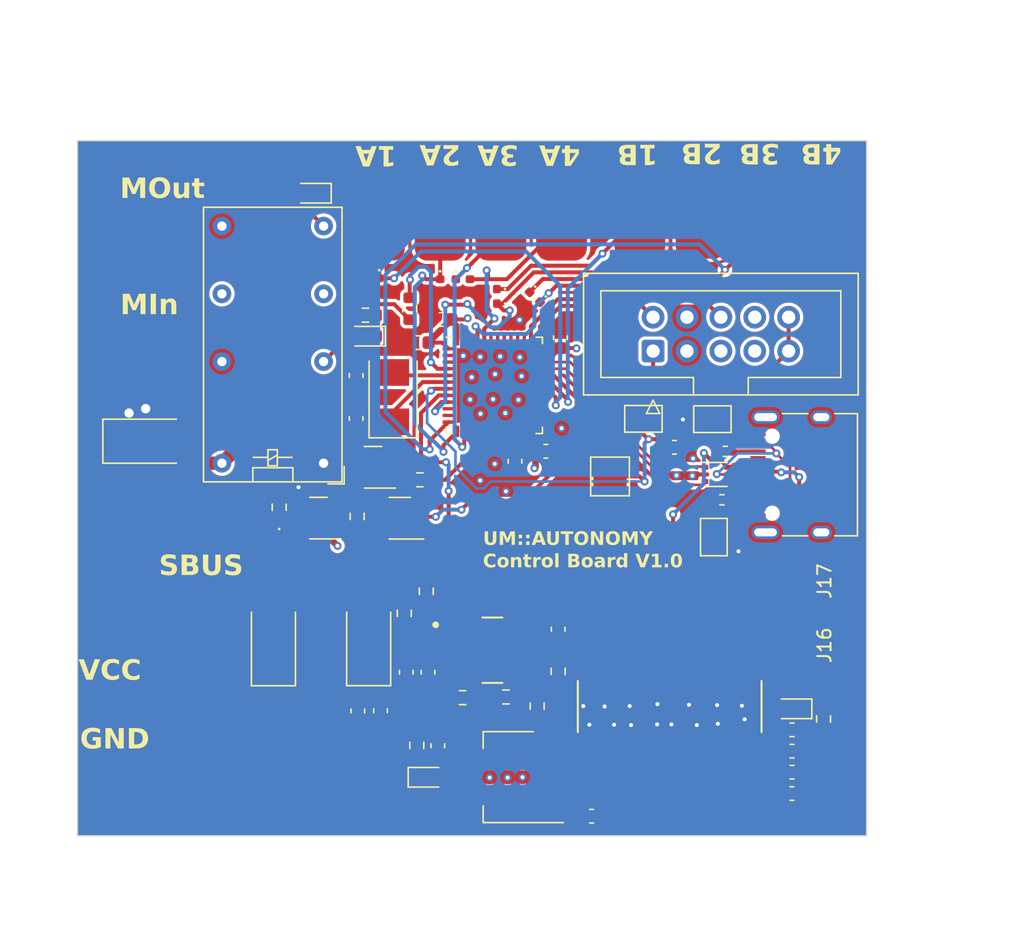
<source format=kicad_pcb>
(kicad_pcb (version 20221018) (generator pcbnew)
  (layers (0 "F.Cu" signal) (1 "In1.Cu" signal) (2 "In2.Cu" signal) (31 "B.Cu" signal) (34 "B.Paste" user) (35 "F.Paste" user) (36 "B.SilkS" user "B.Silkscreen") (37 "F.SilkS" user "F.Silkscreen") (38 "B.Mask" user) (39 "F.Mask" user) (44 "Edge.Cuts" user))
  (net 0 "")
  (net 1 "GND")
  (net 2 "VCC")
  (net 3 "Net-(U1-SW)")
  (net 4 "Net-(U1-BOOT)")
  (net 5 "+5V")
  (net 6 "+3V3")
  (net 7 "Net-(U3-PF1)")
  (net 8 "Net-(U3-PF0)")
  (net 9 "/NRST")
  (net 10 "Net-(D1-K)")
  (net 11 "Net-(D2-A)")
  (net 12 "/PWM1A")
  (net 13 "/PWM1B")
  (net 14 "/PWM2A")
  (net 15 "/PWM2B")
  (net 16 "/PWM3A")
  (net 17 "/PWM3B")
  (net 18 "/PWM4A")
  (net 19 "/PWM4B")
  (net 20 "Net-(D13-K)")
  (net 21 "/USBVCC")
  (net 22 "Net-(J2-CC1)")
  (net 23 "/USBDP")
  (net 24 "/USBDM")
  (net 26 "Net-(J2-CC2)")
  (net 28 "Net-(D3-K)")
  (net 29 "/SWDIO")
  (net 31 "/SWCLK")
  (net 34 "Net-(J12-Pin_10)")
  (net 35 "Net-(D12-K)")
  (net 36 "Net-(D14-A)")
  (net 37 "Net-(D15-K)")
  (net 39 "Net-(D15-A)")
  (net 40 "/MotorOUT")
  (net 42 "/MotorIN")
  (net 43 "Net-(U1-RT_SYNC)")
  (net 44 "Net-(U1-PG)")
  (net 45 "Net-(U1-FB)")
  (net 46 "/VSense")
  (net 47 "Net-(U3-PC15)")
  (net 50 "/SBUS_5V")
  (net 53 "Net-(J12-Pin_1)")
  (net 54 "Net-(Q2-G)")
  (net 57 "/M_EN")
  (net 67 "/MCU/SBUS_INV")
  (net 68 "/JTDI")
  (net 71 "/SWO")
  (net 77 "/SBUS")
  (net 78 "/USBDPR")
  (net 79 "/USBDMR")
  (footprint "Connector_USB:USB_C_Receptacle_XKB_U262-16XN-4BVC11" (layer "F.Cu") (at 131.0386 77.2922 90)
    (fp_text reference "J2" hide)
    (fp_text value "USB_C_Receptacle_USB2.0" hide)
  )
  (footprint "Diode_SMD:D_0402_1005Metric" (layer "F.Cu") (at 107.3174 63.373 180)
    (fp_text reference "D5" hide)
    (fp_text value "RCLAMP0521P-N")
  )
  (footprint "Capacitor_SMD:C_0603_1608Metric" (layer "F.Cu") (at 99.0854 94.9836 90)
    (fp_text reference "C2" hide)
    (fp_text value "4.7u")
  )
  (footprint "Capacitor_SMD:C_0603_1608Metric" (layer "F.Cu") (at 129.921 99.5934)
    (fp_text reference "C7" hide)
    (fp_text value "47u")
  )
  (footprint "Diode_SMD:D_0402_1005Metric" (layer "F.Cu") (at 109.9058 63.9572 -135)
    (fp_text reference "D9" hide)
    (fp_text value "RCLAMP0521P-N")
  )
  (footprint "Diode_SMD:D_0402_1005Metric" (layer "F.Cu") (at 107.3245 64.4652 180)
    (fp_text reference "D7" hide)
    (fp_text value "RCLAMP0521P-N")
  )
  (footprint "Resistor_SMD:R_0603_1608Metric" (layer "F.Cu") (at 97.3328 80.4164 -90)
    (fp_text reference "R7" hide)
    (fp_text value "10k")
  )
  (footprint "Resistor_SMD:R_0402_1005Metric" (layer "F.Cu") (at 124.9172 75.5396 180)
    (fp_text reference "R9" hide)
    (fp_text value "5.1k")
  )
  (footprint "Relay_THT:Relay_DPDT_Omron_G5V-2" (layer "F.Cu") (at 94.8182 76.4286 180)
    (fp_text reference "K1" hide)
    (fp_text value "G5V-2")
  )
  (footprint "ReduxCoderLib:SOLDERPAD_150x250" (layer "F.Cu") (at 131.8514 90.0778 90)
    (fp_text reference "J16")
    (fp_text value "Conn_01x01_Pin")
  )
  (footprint "ReduxCoderLib:SOLDERPAD_150x250" (layer "F.Cu") (at 99.0092 58.0644)
    (fp_text reference "J4" hide)
    (fp_text value "Conn_01x01_Pin")
  )
  (footprint "Capacitor_SMD:C_0603_1608Metric" (layer "F.Cu") (at 112.5662 67.0222 90)
    (fp_text reference "C13" hide)
    (fp_text value "4.7u")
  )
  (footprint "Capacitor_SMD:C_0603_1608Metric" (layer "F.Cu") (at 129.9086 101.1936)
    (fp_text reference "C6" hide)
    (fp_text value "47u")
  )
  (footprint "Package_TO_SOT_SMD:SOT-23-5" (layer "F.Cu") (at 100.5277 80.5536 180)
    (fp_text reference "U4" hide)
    (fp_text value "SN74LVC1G14DBV")
  )
  (footprint "Package_TO_SOT_SMD:SOT-666" (layer "F.Cu") (at 124.245 77.2709)
    (fp_text reference "U5" hide)
    (fp_text value "USBLC6-2P6")
  )
  (footprint "Capacitor_SMD:C_0603_1608Metric" (layer "F.Cu") (at 114.8972 102.8954 180)
    (fp_text reference "C10" hide)
    (fp_text value "47u")
  )
  (footprint "Capacitor_SMD:C_0603_1608Metric" (layer "F.Cu") (at 101.0158 92.1004 90)
    (fp_text reference "C3" hide)
    (fp_text value "4.7u")
  )
  (footprint "Resistor_SMD:R_0603_1608Metric" (layer "F.Cu") (at 105.2322 94.0054)
    (fp_text reference "R1" hide)
    (fp_text value "64.9k")
  )
  (footprint "ReduxCoderLib:SOLDERPAD_150x250" (layer "F.Cu") (at 108.1024 58.0644)
    (fp_text reference "J8" hide)
    (fp_text value "Conn_01x01_Pin")
  )
  (footprint "LED_SMD:LED_0603_1608Metric" (layer "F.Cu") (at 129.921 94.8436 180)
    (fp_text reference "D3" hide)
    (fp_text value "5VGood")
  )
  (footprint "Resistor_SMD:R_0603_1608Metric" (layer "F.Cu") (at 102.5144 86.0298 90)
    (fp_text reference "R6" hide)
    (fp_text value "1180")
  )
  (footprint "Capacitor_SMD:C_0603_1608Metric" (layer "F.Cu") (at 102.6414 92.1004 90)
    (fp_text reference "C4" hide)
    (fp_text value "4.7u")
  )
  (footprint "Jumper:SolderJumper-2_P1.3mm_Open_TrianglePad1.0x1.5mm" (layer "F.Cu") (at 118.7842 73.1012)
    (fp_text reference "JP1" hide)
    (fp_text value "NRST")
  )
  (footprint "ReduxCoderLib:SOLDERPAD_150x250" (layer "F.Cu") (at 82.042 59.69 90)
    (fp_text reference "J14" hide)
    (fp_text value "Conn_01x01_Pin")
  )
  (footprint "Resistor_SMD:R_0603_1608Metric" (layer "F.Cu") (at 101.8032 97.5868 90)
    (fp_text reference "R12" hide)
    (fp_text value "68.1")
  )
  (footprint "Jumper:SolderJumper-2_P1.3mm_Open_TrianglePad1.0x1.5mm" (layer "F.Cu") (at 123.952 73.1266)
    (fp_text reference "JP3" hide)
    (fp_text value "SolderJumper_2_Open")
  )
  (footprint "Jumper:SolderJumper-2_P1.3mm_Open_TrianglePad1.0x1.5mm" (layer "F.Cu") (at 124.0618 81.9678 -90)
    (fp_text reference "JP2" hide)
    (fp_text value "SolderJumper_2_Open")
  )
  (footprint "Capacitor_SMD:C_0603_1608Metric" (layer "F.Cu") (at 101.9048 67.3862 180)
    (fp_text reference "C15" hide)
    (fp_text value "4.7u")
  )
  (footprint "ReduxCoderLib:SOLDERPAD_150x250" (layer "F.Cu") (at 82.0928 67.8688 90)
    (fp_text reference "J13" hide)
    (fp_text value "Conn_01x01_Pin")
  )
  (footprint "ReduxCoderLib:SOLDERPAD_150x250" (layer "F.Cu") (at 118.5164 57.912)
    (fp_text reference "J5" hide)
    (fp_text value "Conn_01x01_Pin")
  )
  (footprint "AutonomyLib:IND_BOURNS_SDR1307" (layer "F.Cu") (at 120.7516 94.6658 -90)
    (fp_text reference "L1" hide)
    (fp_text value "15u")
  )
  (footprint "ReduxCoderLib:SOLDERPAD_150x250" (layer "F.Cu") (at 132.2832 57.912)
    (fp_text reference "J11" hide)
    (fp_text value "Conn_01x01_Pin")
  )
  (footprint "Capacitor_SMD:C_0603_1608Metric" (layer "F.Cu") (at 103.378 97.6122 90)
    (fp_text reference "C11" hide)
    (fp_text value "47u")
  )
  (footprint "Resistor_SMD:R_0603_1608Metric" (layer "F.Cu") (at 132.2832 95.6056 -90)
    (fp_text reference "R11" hide)
    (fp_text value "137")
  )
  (footprint "Diode_SMD:D_SMA" (layer "F.Cu") (at 91.059 89.6045 90)
    (fp_text reference "D1" hide)
    (fp_text value "SMAJ75CA")
  )
  (footprint "Resistor_SMD:R_0603_1608Metric" (layer "F.Cu") (at 91.4908 79.7306 90)
    (fp_text reference "R13" hide)
    (fp_text value "10k")
  )
  (footprint "Resistor_SMD:R_0603_1608Metric" (layer "F.Cu") (at 101.2698 64.8462 90)
    (fp_text reference "R8" hide)
    (fp_text value "220")
  )
  (footprint "Capacitor_SMD:C_0603_1608Metric" (layer "F.Cu") (at 129.921 96.4184)
    (fp_text reference "C9" hide)
    (fp_text value "47u")
  )
  (footprint "AutonomyLib:DDA0008E-IPC_A" (layer "F.Cu") (at 107.464334 90.4494)
    (fp_text reference "U1" hide)
    (fp_text value "PLMR38020FDDAR")
  )
  (footprint "Capacitor_SMD:C_0603_1608Metric" (layer "F.Cu") (at 97.3836 94.996 90)
    (fp_text reference "C1" hide)
    (fp_text value "4.7u")
  )
  (footprint "Package_TO_SOT_SMD:SOT-223-3_TabPin2" (layer "F.Cu") (at 108.6862 99.963 180)
    (fp_text reference "U2" hide)
    (fp_text value "AMS1117-3.3")
  )
  (footprint "ReduxCoderLib:SOLDERPAD_150x250" (layer "F.Cu") (at 85.1408 92.0871 -90)
    (fp_text reference "J1" hide)
    (fp_text value "Conn_01x01_Pin")
  )
  (footprint "ReduxCoderLib:SOLDERPAD_150x250" (layer "F.Cu") (at 85.1408 96.8971 -90)
    (fp_text reference "J3" hide)
    (fp_text value "Conn_01x01_Pin")
  )
  (footprint "Connector_IDC:IDC-Header_2x05_P2.54mm_Vertical" (layer "F.Cu") (at 119.507 68.0212 90)
    (fp_text reference "J12" hide)
    (fp_text value "Conn_02x05_Odd_Even")
  )
  (footprint "Diode_SMD:D_0402_1005Metric" (layer "F.Cu") (at 104.7242 63.119 -90)
    (fp_text reference "D8" hide)
    (fp_text value "RCLAMP0521P-N")
  )
  (footprint "Capacitor_SMD:C_0603_1608Metric" (layer "F.Cu") (at 111.474 75.5312)
    (fp_text reference "C14" hide)
    (fp_text value "4.7u")
  )
  (footprint "Resistor_SMD:R_0603_1608Metric" (layer "F.Cu") (at 108.4834 93.9546 180)
    (fp_text reference "R4" hide)
    (fp_text value "10k")
  )
  (footprint "Diode_SMD:D_0402_1005Metric" (layer "F.Cu") (at 103.5558 63.119 -90)
    (fp_text reference "D6" hide)
    (fp_text value "RCLAMP0521P-N")
  )
  (footprint "ReduxCoderLib:SOLDERPAD_150x250" (layer "F.Cu") (at 112.649 58.0644)
    (fp_text reference "J10" hide)
    (fp_text value "Conn_01x01_Pin")
  )
  (footprint "ReduxCoderLib:SOLDERPAD_150x250" (layer "F.Cu") (at 123.1138 57.912)
    (fp_text reference "J7" hide)
    (fp_text value "Conn_01x01_Pin")
  )
  (footprint "Capacitor_SMD:C_0603_1608Metric" (layer "F.Cu") (at 121.1072 75.2348)
    (fp_text reference "C19" hide)
    (fp_text value "0.1u")
  )
  (footprint "Capacitor_SMD:C_0603_1608Metric" (layer "F.Cu") (at 103.6254 65.6506 180)
    (fp_text reference "C12" hide)
    (fp_text value "4.7u")
  )
  (footprint "ReduxCoderLib:SOLDERPAD_150x250" (layer "F.Cu") (at 85.0646 80.5434 90)
    (fp_text reference "J15" hide)
    (fp_text value "Conn_01x01_Pin")
  )
  (footprint "Resistor_SMD:R_0603_1608Metric" (layer "F.Cu") (at 102.0318 77.6732 180)
    (fp_text reference "R14" hide)
    (fp_text value "330")
  )
  (footprint "Capacitor_SMD:C_0603_1608Metric" (layer "F.Cu") (at 97.2566 69.85 -90)
    (fp_text reference "C18" hide)
    (fp_text value "20pf")
  )
  (footprint "LED_SMD:LED_0603_1608Metric" (layer "F.Cu") (at 102.6414 99.9744)
    (fp_text reference "D12" hide)
    (fp_text value "3V3Good")
  )
  (footprint "LED_SMD:LED_0603_1608Metric" (layer "F.Cu") (at 97.9678 66.9036 180)
    (fp_text reference "D15" hide)
    (fp_text value "LED_Small")
  )
  (footprint "Package_DFN_QFN:QFN-48-1EP_7x7mm_P0.5mm_EP5.6x5.6mm" (layer "F.Cu") (at 107.6064 70.5951)
    (fp_text reference "U3" hide)
    (fp_text value "STM32G431CBUx")
  )
  (footprint "Diode_SMD:D_0402_1005Metric" (layer "F.Cu") (at 105.791 63.119 -90)
    (fp_text reference "D10" hide)
    (fp_text value "RCLAMP0521P-N")
  )
  (footprint "Diode_SMD:D_SMA" (layer "F.Cu") (at 81.788 74.7776)
    (fp_text reference "D14" hide)
    (fp_text value "SS310")
  )
  (footprint "Capacitor_SMD:C_0603_1608Metric" (layer "F.Cu") (at 97.2566 73.0758 90)
    (fp_text reference "C17" hide)
    (fp_text value "20pf")
  )
  (footprint "Resistor_SMD:R_0603_1608Metric" (layer "F.Cu") (at 112.395 92.0364 -90)
    (fp_text reference "R2" hide)
    (fp_text value "100k")
  )
  (footprint "ReduxCoderLib:SOLDERPAD_150x250" (layer "F.Cu") (at 127.6858 57.912)
    (fp_text reference "J9" hide)
    (fp_text value "Conn_01x01_Pin")
  )
  (footprint "Capacitor_SMD:C_0603_1608Metric" (layer "F.Cu") (at 109.1626 76.2808 -90)
    (fp_text reference "C16" hide)
    (fp_text value "4.7u")
  )
  (footprint "Resistor_SMD:R_0603_1608Metric" (layer "F.Cu") (at 100.8634 87.6808 90)
    (fp_text reference "R5" hide)
    (fp_text value "30900")
  )
  (footprint "Resistor_SMD:R_0603_1608Metric" (layer "F.Cu") (at 97.9556 65.3288 180)
    (fp_text reference "R15" hide)
    (fp_text value "68.1")
  )
  (footprint "Package_TO_SOT_SMD:SOT-23" (layer "F.Cu") (at 98.5243 76.7334 180)
    (fp_text reference "Q2" hide)
    (fp_text value "2N7002")
  )
  (footprint "LED_SMD:LED_0603_1608Metric" (layer "F.Cu") (at 93.9038 56.1848 180)
    (fp_text reference "D13" hide)
    (fp_text value "Status1")
  )
  (footprint "TestPoint:TestPoint_Pad_2.5x2.5mm" (layer "F.Cu") (at 116.2812 77.4192)
    (fp_text reference "TP1" hide)
    (fp_text value "TestPoint")
  )
  (footprint "Capacitor_SMD:C_0603_1608Metric" (layer "F.Cu") (at 129.921 98.0186)
    (fp_text reference "C8" hide)
    (fp_text value "47u")
  )
  (footprint "Diode_SMD:D_SMA" (layer "F.Cu") (at 98.1964 89.5979 90)
    (fp_text reference "D2" hide)
    (fp_text value "SS310")
  )
  (footprint "Resistor_SMD:R_0603_1608Metric" (layer "F.Cu") (at 110.8202 94.6404 -90)
    (fp_text reference "R3" hide)
    (fp_text value "40.2k")
  )
  (footprint "Crystal:Crystal_SMD_5032-2Pin_5.0x3.2mm" (layer "F.Cu") (at 100.0252 71.4756 90)
    (fp_text reference "Y1" hide)
    (fp_text value "X50328MSB2GI")
  )
  (footprint "Resistor_SMD:R_0402_1005Metric" (layer "F.Cu") (at 124.6632 79.1718 180)
    (fp_text reference "R10" hide)
    (fp_text value "5.1k")
  )
  (footprint "Diode_SMD:D_0402_1005Metric" (layer "F.Cu") (at 110.6932 64.6938 -135)
    (fp_text reference "D11" hide)
    (fp_text value "RCLAMP0521P-N")
  )
  (footprint "Capacitor_SMD:C_0603_1608Metric" (layer "F.Cu") (at 112.395 88.8746 -90)
    (fp_text reference "C5" hide)
    (fp_text value "100n")
  )
  (footprint "AutonomyLib:0458002.DR" (layer "F.Cu") (at 94.615 88.5311 -90)
    (fp_text reference "F1" hide)
    (fp_text value "0458002.DR")
  )
  (footprint "Diode_SMD:D_0402_1005Metric" (layer "F.Cu") (at 98.9838 63.0428 -90)
    (fp_text reference "D4" hide)
    (fp_text value "RCLAMP0521P-N")
  )
  (footprint "Diode_SMD:D_0402_1005Metric" (layer "F.Cu") (at 91.4908 82.4508 -90)
    (fp_text reference "D16" hide)
    (fp_text value "RCLAMP0521P-N")
  )
  (footprint "Package_TO_SOT_SMD:SOT-23" (layer "F.Cu") (at 94.4349 80.5434 180)
    (fp_text reference "Q1" hide)
    (fp_text value "BSS138")
  )
  (footprint "ReduxCoderLib:SOLDERPAD_150x250" (layer "F.Cu") (at 103.5558 58.0644)
    (fp_text reference "J6" hide)
    (fp_text value "Conn_01x01_Pin")
  )
  (footprint "ReduxCoderLib:SOLDERPAD_150x250" (layer "F.Cu") (at 131.8514 85.2678 90)
    (fp_text reference "J17")
    (fp_text value "Conn_01x01_Pin")
  )
  (gr_rect (start 76.3778 52.2478) (end 135.509 104.3686) (stroke (width 0.1)) (fill none) (layer "Edge.Cuts"))
  (gr_text "4B" (at 133.6294 52.2478 180) (layer "F.SilkS") (effects (font (size 1.5 1.5) (thickness 0.3) bold) (justify left bottom)))
  (gr_text "3A" (at 109.4232 52.3494 180) (layer "F.SilkS") (effects (font (size 1.5 1.5) (thickness 0.3) bold) (justify left bottom)))
  (gr_text "SBUS" (at 82.4738 85.0646) (layer "F.SilkS") (effects (font (size 1.5 1.5) (thickness 0.3) bold) (justify left bottom)))
  (gr_text "3B" (at 129.0066 52.2478 180) (layer "F.SilkS") (effects (font (size 1.5 1.5) (thickness 0.3) bold) (justify left bottom)))
  (gr_text "2A" (at 105.0798 52.324 180) (layer "F.SilkS") (effects (font (size 1.5 1.5) (thickness 0.3) bold) (justify left bottom)))
  (gr_text "2B" (at 124.6632 52.2224 180) (layer "F.SilkS") (effects (font (size 1.5 1.5) (thickness 0.3) bold) (justify left bottom)))
  (gr_text "MOut" (at 79.5528 56.7944) (layer "F.SilkS") (effects (font (size 1.5 1.5) (thickness 0.3) bold) (justify left bottom)))
  (gr_text "GND" (at 76.5556 98.0694) (layer "F.SilkS") (effects (font (size 1.5 1.5) (thickness 0.3) bold) (justify left bottom)))
  (gr_text "1B" (at 119.8626 52.2986 180) (layer "F.SilkS") (effects (font (size 1.5 1.5) (thickness 0.3) bold) (justify left bottom)))
  (gr_text "MIn" (at 79.5782 65.5066) (layer "F.SilkS") (effects (font (size 1.5 1.5) (thickness 0.3) bold) (justify left bottom)))
  (gr_text "UM::AUTONOMY\nControl Board V1.0" (at 106.7562 84.4042) (layer "F.SilkS") (effects (font (size 1 1) (thickness 0.25) bold) (justify left bottom)))
  (gr_text "4A" (at 114.046 52.3494 180) (layer "F.SilkS") (effects (font (size 1.5 1.5) (thickness 0.3) bold) (justify left bottom)))
  (gr_text "1A" (at 100.2792 52.4002 180) (layer "F.SilkS") (effects (font (size 1.5 1.5) (thickness 0.3) bold) (justify left bottom)))
  (gr_text "VCC" (at 76.454 92.9132) (layer "F.SilkS") (effects (font (size 1.5 1.5) (thickness 0.3) bold) (justify left bottom)))
  (via (at 105.791 71.6534) (size 0.6) (drill 0.3) (layers "F.Cu" "B.Cu") (net 1))
  (via (at 107.5182 71.628) (size 0.6) (drill 0.3) (layers "F.Cu" "B.Cu") (net 1))
  (via (at 121.2596 77.343) (size 0.6) (drill 0.3) (layers "F.Cu" "B.Cu") (net 1))
  (via (at 106.553 68.453) (size 0.6) (drill 0.3) (layers "F.Cu" "B.Cu") (net 1))
  (via (at 109.4232 71.6788) (size 0.6) (drill 0.3) (layers "F.Cu" "B.Cu") (net 1))
  (via (at 112.649 73.8124) (size 0.6) (drill 0.3) (layers "F.Cu" "B.Cu") (net 1))
  (via (at 109.4994 65.6844) (size 0.6) (drill 0.3) (layers "F.Cu" "B.Cu") (net 1))
  (via (at 122.5042 76.073) (size 0.6) (drill 0.3) (layers "F.Cu" "B.Cu") (net 1))
  (via (at 109.6518 69.9008) (size 0.6) (drill 0.3) (layers "F.Cu" "B.Cu") (net 1))
  (via (at 107.6706 69.7484) (size 0.6) (drill 0.3) (layers "F.Cu" "B.Cu") (net 1))
  (via (at 106.553 77.724) (size 0.6) (drill 0.3) (layers "F.Cu" "B.Cu") (net 1))
  (via (at 105.283 68.3768) (size 0.6) (drill 0.3) (layers "F.Cu" "B.Cu") (net 1))
  (via (at 108.4834 78.5368) (size 0.6) (drill 0.3) (layers "F.Cu" "B.Cu") (net 1))
  (via (at 108.4326 72.6694) (size 0.6) (drill 0.3) (layers "F.Cu" "B.Cu") (net 1))
  (via (at 106.5784 72.7202) (size 0.6) (drill 0.3) (layers "F.Cu" "B.Cu") (net 1))
  (via (at 105.918 69.977) (size 0.6) (drill 0.3) (layers "F.Cu" "B.Cu") (net 1))
  (via (at 107.6452 76.4794) (size 0.6) (drill 0.3) (layers "F.Cu" "B.Cu") (net 1))
  (via (at 109.5248 68.4784) (size 0.6) (drill 0.3) (layers "F.Cu" "B.Cu") (net 1))
  (via (at 122.4534 77.3684) (size 0.6) (drill 0.3) (layers "F.Cu" "B.Cu") (net 1))
  (via (at 108.0516 68.4276) (size 0.6) (drill 0.3) (layers "F.Cu" "B.Cu") (net 1))
  (segment (start 101.0158 91.3254) (end 101.0158 88.6582) (width 0.3) (layer "F.Cu") (net 2))
  (segment (start 101.0158 88.6582) (end 100.8634 88.5058) (width 0.3) (layer "F.Cu") (net 2))
  (segment (start 110.3252 88.0996) (end 112.395 88.0996) (width 1) (layer "F.Cu") (net 3))
  (segment (start 109.8804 88.5444) (end 110.3252 88.0996) (width 1) (layer "F.Cu") (net 3))
  (segment (start 112.395 88.0996) (end 118.8082 88.0996) (width 1) (layer "F.Cu") (net 3))
  (segment (start 118.8082 88.0996) (end 120.7516 90.043) (width 1) (layer "F.Cu") (net 3))
  (segment (start 112.2302 89.8144) (end 112.395 89.6496) (width 0.5) (layer "F.Cu") (net 4))
  (segment (start 109.8804 89.8144) (end 112.2302 89.8144) (width 0.5) (layer "F.Cu") (net 4))
  (segment (start 123.227 73.1266) (end 121.7676 73.1266) (width 0.3) (layer "F.Cu") (net 5))
  (segment (start 112.4956 92.8614) (end 114.2746 94.6404) (width 0.3) (layer "F.Cu") (net 5))
  (segment (start 80.5942 72.3392) (end 81.4832 72.3392) (width 1) (layer "F.Cu") (net 5))
  (segment (start 111.8362 97.663) (end 111.8362 93.4202) (width 0.5) (layer "F.Cu") (net 5))
  (segment (start 121.7676 73.1266) (end 121.7422 73.152) (width 0.3) (layer "F.Cu") (net 5))
  (segment (start 117.1448 102.8954) (end 120.7516 99.2886) (width 1) (layer "F.Cu") (net 5))
  (segment (start 91.4908 78.9056) (end 92.265 78.9056) (width 0.5) (layer "F.Cu") (net 5))
  (segment (start 115.6722 102.8954) (end 117.1448 102.8954) (width 1) (layer "F.Cu") (net 5))
  (segment (start 112.395 92.8614) (end 112.4956 92.8614) (width 0.3) (layer "F.Cu") (net 5))
  (segment (start 80.264 72.6694) (end 80.5942 72.3392) (width 1) (layer "F.Cu") (net 5))
  (segment (start 110.8202 93.8154) (end 111.441 93.8154) (width 0.5) (layer "F.Cu") (net 5))
  (segment (start 124.0618 82.6928) (end 125.568 82.6928) (width 0.2) (layer "F.Cu") (net 5))
  (segment (start 111.8362 93.4202) (end 112.395 92.8614) (width 0.5) (layer "F.Cu") (net 5))
  (segment (start 80.2386 72.6948) (end 80.2386 72.6694) (width 1) (layer "F.Cu") (net 5))
  (segment (start 79.788 74.7776) (end 79.788 73.1454) (width 1) (layer "F.Cu") (net 5))
  (segment (start 80.2386 72.6694) (end 80.264 72.6694) (width 1) (layer "F.Cu") (net 5))
  (segment (start 92.265 78.9056) (end 92.9386 78.232) (width 0.5) (layer "F.Cu") (net 5))
  (segment (start 79.788 73.1454) (end 80.2386 72.6948) (width 1) (layer "F.Cu") (net 5))
  (segment (start 125.568 82.6928) (end 125.9078 83.0326) (width 0.2) (layer "F.Cu") (net 5))
  (segment (start 111.441 93.8154) (end 112.395 92.8614) (width 0.5) (layer "F.Cu") (net 5))
  (via (at 119.8118 96.012) (size 0.6) (drill 0.3) (layers "F.Cu" "B.Cu") (net 5))
  (via (at 124.3584 95.9612) (size 0.6) (drill 0.3) (layers "F.Cu" "B.Cu") (net 5))
  (via (at 126.365 95.631) (size 0.6) (drill 0.3) (layers "F.Cu" "B.Cu") (net 5))
  (via (at 92.9386 78.232) (size 0.6) (drill 0.3) (layers "F.Cu" "B.Cu") (net 5))
  (via (at 114.2746 94.6404) (size 0.6) (drill 0.3) (layers "F.Cu" "B.Cu") (net 5))
  (via (at 116.586 96.0374) (size 0.6) (drill 0.3) (layers "F.Cu" "B.Cu") (net 5))
  (via (at 125.9078 83.0326) (size 0.6) (drill 0.3) (layers "F.Cu" "B.Cu") (net 5))
  (via (at 115.8748 94.6658) (size 0.6) (drill 0.3) (layers "F.Cu" "B.Cu") (net 5))
  (via (at 126.1618 94.615) (size 0.6) (drill 0.3) (layers "F.Cu" "B.Cu") (net 5))
  (via (at 124.3076 94.5642) (size 0.6) (drill 0.3) (layers "F.Cu" "B.Cu") (net 5))
  (via (at 121.7422 73.152) (size 0.6) (drill 0.3) (layers "F.Cu" "B.Cu") (net 5))
  (via (at 119.8372 94.488) (size 0.6) (drill 0.3) (layers "F.Cu" "B.Cu") (net 5))
  (via (at 114.7318 96.0374) (size 0.6) (drill 0.3) (layers "F.Cu" "B.Cu") (net 5))
  (via (at 117.856 96.0628) (size 0.6) (drill 0.3) (layers "F.Cu" "B.Cu") (net 5))
  (via (at 81.4832 72.3392) (size 1) (drill 0.7) (layers "F.Cu" "B.Cu") (net 5))
  (via (at 117.7544 94.6404) (size 0.6) (drill 0.3) (layers "F.Cu" "B.Cu") (net 5))
  (via (at 120.8786 96.012) (size 0.6) (drill 0.3) (layers "F.Cu" "B.Cu") (net 5))
  (via (at 80.2386 72.6694) (size 1) (drill 0.7) (layers "F.Cu" "B.Cu") (net 5))
  (via (at 122.7836 96.0628) (size 0.6) (drill 0.3) (layers "F.Cu" "B.Cu") (net 5))
  (via (at 122.1994 94.5388) (size 0.6) (drill 0.3) (layers "F.Cu" "B.Cu") (net 5))
  (segment (start 108.3564 74.6996) (end 109.1626 75.5058) (width 0.2) (layer "F.Cu") (net 6))
  (segment (start 112.0183 68.3451) (end 111.0439 68.3451) (width 0.3) (layer "F.Cu") (net 6))
  (segment (start 108.5736 99.963) (end 108.6104 99.9998) (width 1) (layer "F.Cu") (net 6))
  (segment (start 110.699 75.5312) (end 109.188 75.5312) (width 0.5) (layer "F.Cu") (net 6))
  (segment (start 95.3724 82.139) (end 95.8596 82.6262) (width 0.5) (layer "F.Cu") (net 6))
  (segment (start 109.8564 74.0326) (end 109.8564 74.812) (width 0.2) (layer "F.Cu") (net 6))
  (segment (start 112.5662 67.7972) (end 112.0183 68.3451) (width 0.3) (layer "F.Cu") (net 6))
  (segment (start 109.728 99.9744) (end 109.7394 99.963) (width 1) (layer "F.Cu") (net 6))
  (segment (start 109.7394 99.963) (end 111.8362 99.963) (width 1) (layer "F.Cu") (net 6))
  (segment (start 104.8564 67.1576) (end 104.8564 66.1066) (width 0.3) (layer "F.Cu") (net 6))
  (segment (start 104.8564 66.1066) (end 104.4004 65.6506) (width 0.3) (layer "F.Cu") (net 6))
  (segment (start 102.6798 67.3862) (end 102.6798 67.3712) (width 0.5) (layer "F.Cu") (net 6))
  (segment (start 107.2274 99.963) (end 107.2642 99.9998) (width 1) (layer "F.Cu") (net 6))
  (segment (start 104.4004 65.6506) (end 105.52 65.6506) (width 0.3) (layer "F.Cu") (net 6))
  (segment (start 109.1626 75.5058) (end 108.8564 75.1996) (width 0.2) (layer "F.Cu") (net 6))
  (segment (start 97.0808 81.4934) (end 97.3328 81.2414) (width 0.5) (layer "F.Cu") (net 6))
  (segment (start 109.188 75.5312) (end 109.1626 75.5058) (width 0.5) (layer "F.Cu") (net 6))
  (segment (start 113.7458 67.7972) (end 113.7666 67.818) (width 0.3) (layer "F.Cu") (net 6))
  (segment (start 108.8564 75.1996) (end 108.8564 74.0326) (width 0.2) (layer "F.Cu") (net 6))
  (segment (start 102.6798 67.3712) (end 104.4004 65.6506) (width 0.5) (layer "F.Cu") (net 6))
  (segment (start 105.5362 99.963) (end 107.2274 99.963) (width 1) (layer "F.Cu") (net 6))
  (segment (start 93.1163 56.1848) (end 93.1163 56.9467) (width 0.3) (layer "F.Cu") (net 6))
  (segment (start 103.4403 99.963) (end 103.4289 99.9744) (width 1) (layer "F.Cu") (net 6))
  (segment (start 112.5662 67.7972) (end 113.7458 67.7972) (width 0.3) (layer "F.Cu") (net 6))
  (segment (start 99.128 81.2414) (end 99.3902 81.5036) (width 0.5) (layer "F.Cu") (net 6))
  (segment (start 105.5362 99.963) (end 103.4403 99.963) (width 1) (layer "F.Cu") (net 6))
  (segment (start 108.3564 74.0326) (end 108.3564 74.6996) (width 0.2) (layer "F.Cu") (net 6))
  (segment (start 103.4289 99.9744) (end 103.4289 98.4381) (width 1) (layer "F.Cu") (net 6))
  (segment (start 95.3724 81.4934) (end 97.0808 81.4934) (width 0.5) (layer "F.Cu") (net 6))
  (segment (start 103.4289 98.4381) (end 103.378 98.3872) (width 1) (layer "F.Cu") (net 6))
  (segment (start 110.699 75.5312) (end 110.699 76.7276) (width 0.5) (layer "F.Cu") (net 6))
  (segment (start 93.1163 56.9467) (end 94.8182 58.6486) (width 0.3) (layer "F.Cu") (net 6))
  (segment (start 97.3328 81.2414) (end 99.128 81.2414) (width 0.5) (layer "F.Cu") (net 6))
  (segment (start 107.301 99.963) (end 108.5736 99.963) (width 1) (layer "F.Cu") (net 6))
  (segment (start 108.6472 99.963) (end 109.7166 99.963) (width 1) (layer "F.Cu") (net 6))
  (segment (start 110.699 76.7276) (end 110.617 76.8096) (width 0.5) (layer "F.Cu") (net 6))
  (segment (start 103.71 67.3862) (end 104.1689 67.8451) (width 0.3) (layer "F.Cu") (net 6))
  (segment (start 102.6798 67.3862) (end 103.71 67.3862) (width 0.3) (layer "F.Cu") (net 6))
  (segment (start 95.3724 81.4934) (end 95.3724 82.139) (width 0.5) (layer "F.Cu") (net 6))
  (segment (start 108.6104 99.9998) (end 108.6472 99.963) (width 1) (layer "F.Cu") (net 6))
  (segment (start 109.7166 99.963) (end 109.728 99.9744) (width 1) (layer "F.Cu") (net 6))
  (segment (start 109.8564 74.812) (end 109.1626 75.5058) (width 0.2) (layer "F.Cu") (net 6))
  (segment (start 105.52 65.6506) (end 105.6132 65.5574) (width 0.3) (layer "F.Cu") (net 6))
  (segment (start 107.2642 99.9998) (end 107.301 99.963) (width 1) (layer "F.Cu") (net 6))
  (via (at 108.6104 99.9998) (size 0.6) (drill 0.3) (layers "F.Cu" "B.Cu") (net 6))
  (via (at 110.617 76.8096) (size 0.6) (drill 0.3) (layers "F.Cu" "B.Cu") (net 6))
  (via (at 109.728 99.9744) (size 0.6) (drill 0.3) (layers "F.Cu" "B.Cu") (net 6))
  (via (at 113.7666 67.818) (size 0.6) (drill 0.3) (layers "F.Cu" "B.Cu") (net 6))
  (via (at 95.8596 82.6262) (size 0.6) (drill 0.3) (layers "F.Cu" "B.Cu") (net 6))
  (via (at 107.2642 99.9998) (size 0.6) (drill 0.3) (layers "F.Cu" "B.Cu") (net 6))
  (via (at 105.6132 65.5574) (size 0.6) (drill 0.3) (layers "F.Cu" "B.Cu") (net 6))
  (segment (start 104.1689 70.3451) (end 102.2479 70.3451) (width 0.3) (layer "F.Cu") (net 7))
  (segment (start 99.5 73.8508) (end 100.0252 73.3256) (width 0.3) (layer "F.Cu") (net 7))
  (segment (start 100.0252 72.5678) (end 100.0252 73.3256) (width 0.3) (layer "F.Cu") (net 7))
  (segment (start 102.2479 70.3451) (end 100.0252 72.5678) (width 0.3) (layer "F.Cu") (net 7))
  (segment (start 97.2566 73.8508) (end 99.5 73.8508) (width 0.3) (layer "F.Cu") (net 7))
  (segment (start 100.2447 69.8451) (end 104.1689 69.8451) (width 0.3) (layer "F.Cu") (net 8))
  (segment (start 100.0252 69.6256) (end 100.2447 69.8451) (width 0.3) (layer "F.Cu") (net 8))
  (segment (start 99.4746 69.075) (end 100.0252 69.6256) (width 0.3) (layer "F.Cu") (net 8))
  (segment (start 97.2566 69.075) (end 99.4746 69.075) (width 0.3) (layer "F.Cu") (net 8))
  (segment (start 103.022399 70.8451) (end 102.872899 70.9946) (width 0.3) (layer "F.Cu") (net 9))
  (segment (start 118.0592 73.546176) (end 119.138224 74.6252) (width 0.3) (layer "F.Cu") (net 9))
  (segment (start 119.7226 74.6252) (end 120.3322 75.2348) (width 0.3) (layer "F.Cu") (net 9))
  (segment (start 104.1689 70.8451) (end 103.022399 70.8451) (width 0.3) (layer "F.Cu") (net 9))
  (segment (start 118.0592 73.1012) (end 118.0592 73.546176) (width 0.3) (layer "F.Cu") (net 9))
  (segment (start 119.1768 74.6252) (end 119.7226 74.6252) (width 0.3) (layer "F.Cu") (net 9))
  (segment (start 119.138224 74.6252) (end 119.1768 74.6252) (width 0.3) (layer "F.Cu") (net 9))
  (segment (start 118.491 77.4192) (end 118.872 77.8002) (width 0.3) (layer "F.Cu") (net 9))
  (segment (start 116.2812 77.4192) (end 118.491 77.4192) (width 0.3) (layer "F.Cu") (net 9))
  (via (at 102.872899 70.9946) (size 0.6) (drill 0.3) (layers "F.Cu" "B.Cu") (net 9))
  (via (at 118.872 77.8002) (size 0.6) (drill 0.3) (layers "F.Cu" "B.Cu") (net 9))
  (via (at 119.1768 74.6252) (size 0.6) (drill 0.3) (layers "F.Cu" "B.Cu") (net 9))
  (segment (start 107.325329 77.8002) (end 106.801529 78.324) (width 0.2) (layer "B.Cu") (net 9))
  (segment (start 118.872 77.8002) (end 118.872 74.93) (width 0.3) (layer "B.Cu") (net 9))
  (segment (start 102.5748 71.292699) (end 102.872899 70.9946) (width 0.2) (layer "B.Cu") (net 9))
  (segment (start 106.801529 78.324) (end 106.2894 78.324) (width 0.2) (layer "B.Cu") (net 9))
  (segment (start 118.872 77.8002) (end 107.325329 77.8002) (width 0.2) (layer "B.Cu") (net 9))
  (segment (start 104.6988 76.7334) (end 104.6988 75.549929) (width 0.2) (layer "B.Cu") (net 9))
  (segment (start 118.872 74.93) (end 119.1768 74.6252) (width 0.3) (layer "B.Cu") (net 9))
  (segment (start 104.6988 75.549929) (end 102.5748 73.425929) (width 0.2) (layer "B.Cu") (net 9))
  (segment (start 102.5748 73.425929) (end 102.5748 71.292699) (width 0.2) (layer "B.Cu") (net 9))
  (segment (start 106.2894 78.324) (end 104.6988 76.7334) (width 0.2) (layer "B.Cu") (net 9))
  (segment (start 85.1408 92.0871) (end 90.5764 92.0871) (width 1) (layer "F.Cu") (net 10))
  (segment (start 91.059 91.6045) (end 92.7741 91.6045) (width 1) (layer "F.Cu") (net 10))
  (segment (start 92.7741 91.6045) (end 94.615 89.7636) (width 1) (layer "F.Cu") (net 10))
  (segment (start 90.5764 92.0871) (end 91.059 91.6045) (width 1) (layer "F.Cu") (net 10))
  (segment (start 94.615 87.2986) (end 97.8971 87.2986) (width 1) (layer "F.Cu") (net 11))
  (segment (start 97.8971 87.2986) (end 98.1964 87.5979) (width 1) (layer "F.Cu") (net 11))
  (segment (start 98.9838 62.5578) (end 98.9838 58.0898) (width 0.3) (layer "F.Cu") (net 12))
  (segment (start 112.2172 71.501) (end 111.8314 71.1152) (width 0.3) (layer "F.Cu") (net 12))
  (segment (start 98.9838 58.0898) (end 99.0092 58.0644) (width 0.3) (layer "F.Cu") (net 12))
  (segment (start 98.9838 62.5578) (end 100.099 62.5578) (width 0.3) (layer "F.Cu") (net 12))
  (segment (start 111.8314 71.1152) (end 111.8314 71.111737) (width 0.3) (layer "F.Cu") (net 12))
  (segment (start 100.099 62.5578) (end 100.1014 62.5602) (width 0.3) (layer "F.Cu") (net 12))
  (segment (start 111.8314 71.111737) (end 111.564763 70.8451) (width 0.3) (layer "F.Cu") (net 12))
  (segment (start 112.2172 72.0852) (end 112.2172 71.501) (width 0.3) (layer "F.Cu") (net 12))
  (segment (start 111.564763 70.8451) (end 111.0439 70.8451) (width 0.3) (layer "F.Cu") (net 12))
  (via (at 112.2172 72.0852) (size 0.6) (drill 0.3) (layers "F.Cu" "B.Cu") (net 12))
  (via (at 100.1014 62.5602) (size 0.6) (drill 0.3) (layers "F.Cu" "B.Cu") (net 12))
  (segment (start 112.5474 71.496161) (end 112.5474 63.119) (width 0.3) (layer "B.Cu") (net 12))
  (segment (start 112.2172 72.0852) (end 112.2172 71.826361) (width 0.3) (layer "B.Cu") (net 12))
  (segment (start 112.5474 63.119) (end 109.982 60.5536) (width 0.3) (layer "B.Cu") (net 12))
  (segment (start 112.2172 71.826361) (end 112.5474 71.496161) (width 0.3) (layer "B.Cu") (net 12))
  (segment (start 109.982 60.5536) (end 102.108 60.5536) (width 0.3) (layer "B.Cu") (net 12))
  (segment (start 102.108 60.5536) (end 100.1014 62.5602) (width 0.3) (layer "B.Cu") (net 12))
  (segment (start 113.1316 71.704831) (end 113.1316 71.8312) (width 0.3) (layer "F.Cu") (net 13))
  (segment (start 111.771869 70.3451) (end 113.1316 71.704831) (width 0.3) (layer "F.Cu") (net 13))
  (segment (start 108.6104 63.373) (end 110.363 61.6204) (width 0.3) (layer "F.Cu") (net 13))
  (segment (start 111.0439 70.3451) (end 111.771869 70.3451) (width 0.3) (layer "F.Cu") (net 13))
  (segment (start 110.363 61.6204) (end 114.808 61.6204) (width 0.3) (layer "F.Cu") (net 13))
  (segment (start 107.8024 63.373) (end 108.6104 63.373) (width 0.3) (layer "F.Cu") (net 13))
  (segment (start 115.7097 60.7187) (end 118.5164 57.912) (width 0.3) (layer "F.Cu") (net 13))
  (segment (start 114.808 61.6204) (end 115.7097 60.7187) (width 0.3) (layer "F.Cu") (net 13))
  (via (at 115.7097 60.7187) (size 0.6) (drill 0.3) (layers "F.Cu" "B.Cu") (net 13))
  (via (at 113.1316 71.8312) (size 0.6) (drill 0.3) (layers "F.Cu" "B.Cu") (net 13))
  (segment (start 113.1166 71.8162) (end 113.1166 63.3118) (width 0.3) (layer "B.Cu") (net 13))
  (segment (start 113.1316 71.8312) (end 113.1166 71.8162) (width 0.3) (layer "B.Cu") (net 13))
  (segment (start 113.1166 63.3118) (end 115.7097 60.7187) (width 0.3) (layer "B.Cu") (net 13))
  (segment (start 103.5558 62.634) (end 102.4866 62.634) (width 0.3) (layer "F.Cu") (net 14))
  (segment (start 103.5558 58.0644) (end 103.5558 62.634) (width 0.3) (layer "F.Cu") (net 14))
  (segment (start 102.4866 62.634) (end 102.2096 62.357) (width 0.3) (layer "F.Cu") (net 14))
  (segment (start 103.800004 75.575218) (end 103.800004 75.088996) (width 0.3) (layer "F.Cu") (net 14))
  (segment (start 103.800004 75.088996) (end 104.8564 74.0326) (width 0.3) (layer "F.Cu") (net 14))
  (via (at 103.800004 75.575218) (size 0.6) (drill 0.3) (layers "F.Cu" "B.Cu") (net 14))
  (via (at 102.2096 62.357) (size 0.6) (drill 0.3) (layers "F.Cu" "B.Cu") (net 14))
  (segment (start 102.2096 62.666639) (end 102.2096 62.357) (width 0.3) (layer "B.Cu") (net 14))
  (segment (start 103.800004 75.501912) (end 103.035292 74.7372) (width 0.3) (layer "B.Cu") (net 14))
  (segment (start 101.6508 73.4568) (end 101.6508 63.225439) (width 0.3) (layer "B.Cu") (net 14))
  (segment (start 102.9312 74.7372) (end 101.6508 73.4568) (width 0.3) (layer "B.Cu") (net 14))
  (segment (start 103.035292 74.7372) (end 102.9312 74.7372) (width 0.3) (layer "B.Cu") (net 14))
  (segment (start 101.6508 63.225439) (end 102.2096 62.666639) (width 0.3) (layer "B.Cu") (net 14))
  (segment (start 103.800004 75.575218) (end 103.800004 75.501912) (width 0.3) (layer "B.Cu") (net 14))
  (segment (start 103.1748 72.318337) (end 103.648037 71.8451) (width 0.3) (layer "F.Cu") (net 15))
  (segment (start 119.9976 62.1204) (end 123.1138 59.0042) (width 0.3) (layer "F.Cu") (net 15))
  (segment (start 105.537 64.5414) (end 105.5878 64.4906) (width 0.3) (layer "F.Cu") (net 15))
  (segment (start 103.648037 71.8451) (end 104.1689 71.8451) (width 0.3) (layer "F.Cu") (net 15))
  (segment (start 103.9368 64.5414) (end 105.537 64.5414) (width 0.3) (layer "F.Cu") (net 15))
  (segment (start 103.1748 72.5424) (end 103.1748 72.318337) (width 0.3) (layer "F.Cu") (net 15))
  (segment (start 108.7628 64.9732) (end 108.3175 64.9732) (width 0.3) (layer "F.Cu") (net 15))
  (segment (start 110.570106 62.1204) (end 119.9976 62.1204) (width 0.3) (layer "F.Cu") (net 15))
  (segment (start 123.1138 59.0042) (end 123.1138 57.912) (width 0.3) (layer "F.Cu") (net 15))
  (segment (start 107.8095 64.4652) (end 108.225306 64.4652) (width 0.3) (layer "F.Cu") (net 15))
  (segment (start 108.3175 64.9732) (end 107.8095 64.4652) (width 0.3) (layer "F.Cu") (net 15))
  (segment (start 108.225306 64.4652) (end 110.570106 62.1204) (width 0.3) (layer "F.Cu") (net 15))
  (via (at 105.5878 64.4906) (size 0.6) (drill 0.3) (layers "F.Cu" "B.Cu") (net 15))
  (via (at 103.1748 72.5424) (size 0.6) (drill 0.3) (layers "F.Cu" "B.Cu") (net 15))
  (via (at 103.9368 64.5414) (size 0.6) (drill 0.3) (layers "F.Cu" "B.Cu") (net 15))
  (via (at 108.7628 64.9732) (size 0.6) (drill 0.3) (layers "F.Cu" "B.Cu") (net 15))
  (segment (start 103.1748 72.5424) (end 103.9368 71.7804) (width 0.3) (layer "B.Cu") (net 15))
  (segment (start 103.9368 71.7804) (end 103.9368 64.5414) (width 0.3) (layer "B.Cu") (net 15))
  (segment (start 108.7628 65.405) (end 108.7628 64.9732) (width 0.3) (layer "B.Cu") (net 15))
  (segment (start 107.33 66.2328) (end 107.935 66.2328) (width 0.3) (layer "B.Cu") (net 15))
  (segment (start 107.935 66.2328) (end 108.7628 65.405) (width 0.3) (layer "B.Cu") (net 15))
  (segment (start 105.5878 64.4906) (end 107.33 66.2328) (width 0.3) (layer "B.Cu") (net 15))
  (segment (start 105.5624 61.7958) (end 105.9156 61.4426) (width 0.3) (layer "F.Cu") (net 16))
  (segment (start 108.1024 59.2558) (end 108.1024 58.0644) (width 0.3) (layer "F.Cu") (net 16))
  (segment (start 105.5624 61.7982) (end 105.5624 61.7958) (width 0.3) (layer "F.Cu") (net 16))
  (segment (start 105.56 61.7982) (end 105.5624 61.7982) (width 0.3) (layer "F.Cu") (net 16))
  (segment (start 104.7242 62.634) (end 105.56 61.7982) (width 0.3) (layer "F.Cu") (net 16))
  (segment (start 105.9434 61.4426) (end 105.9434 61.4148) (width 0.3) (layer "F.Cu") (net 16))
  (segment (start 105.3564 74.0326) (end 105.3564 75.0598) (width 0.3) (layer "F.Cu") (net 16))
  (segment (start 105.9156 61.4426) (end 105.9434 61.4426) (width 0.3) (layer "F.Cu") (net 16))
  (segment (start 105.3564 75.0598) (end 105.2068 75.2094) (width 0.3) (layer "F.Cu") (net 16))
  (segment (start 105.9434 61.4148) (end 108.1024 59.2558) (width 0.3) (layer "F.Cu") (net 16))
  (via (at 105.2068 75.2094) (size 0.6) (drill 0.3) (layers "F.Cu" "B.Cu") (net 16))
  (via (at 105.5624 61.7982) (size 0.6) (drill 0.3) (layers "F.Cu" "B.Cu") (net 16))
  (segment (start 105.5624 61.7982) (end 104.633 62.7276) (width 0.3) (layer "B.Cu") (net 16))
  (segment (start 104.633 62.7276) (end 104.633 74.6356) (width 0.3) (layer "B.Cu") (net 16))
  (segment (start 104.633 74.6356) (end 105.2068 75.2094) (width 0.3) (layer "B.Cu") (net 16))
  (segment (start 102.766053 75.3872) (end 102.766053 74.747947) (width 0.3) (layer "F.Cu") (net 17))
  (segment (start 127.6858 57.912) (end 127.6858 59.1566) (width 0.3) (layer "F.Cu") (net 17))
  (segment (start 124.8918 61.9252) (end 124.8918 61.9506) (width 0.3) (layer "F.Cu") (net 17))
  (segment (start 124.8918 61.9506) (end 124.222 62.6204) (width 0.3) (layer "F.Cu") (net 17))
  (segment (start 102.766053 74.747947) (end 104.1689 73.3451) (width 0.3) (layer "F.Cu") (net 17))
  (segment (start 124.222 62.6204) (end 111.2426 62.6204) (width 0.3) (layer "F.Cu") (net 17))
  (segment (start 124.9172 61.9252) (end 124.8918 61.9252) (width 0.3) (layer "F.Cu") (net 17))
  (segment (start 127.6858 59.1566) (end 124.9172 61.9252) (width 0.3) (layer "F.Cu") (net 17))
  (segment (start 111.2426 62.6204) (end 110.248747 63.614253) (width 0.3) (layer "F.Cu") (net 17))
  (via (at 124.8918 61.9252) (size 0.6) (drill 0.3) (layers "F.Cu" "B.Cu") (net 17))
  (via (at 102.766053 75.3872) (size 0.6) (drill 0.3) (layers "F.Cu" "B.Cu") (net 17))
  (segment (start 102.766053 75.3872) (end 102.2604 75.3872) (width 0.3) (layer "B.Cu") (net 17))
  (segment (start 122.9868 60.0202) (end 124.8918 61.9252) (width 0.3) (layer "B.Cu") (net 17))
  (segment (start 102.2604 75.3872) (end 99.4514 72.5782) (width 0.3) (layer "B.Cu") (net 17))
  (segment (start 99.4514 72.5782) (end 99.4514 62.290961) (width 0.3) (layer "B.Cu") (net 17))
  (segment (start 101.722161 60.0202) (end 122.9868 60.0202) (width 0.3) (layer "B.Cu") (net 17))
  (segment (start 99.4514 62.290961) (end 101.722161 60.0202) (width 0.3) (layer "B.Cu") (net 17))
  (segment (start 107.1372 62.634) (end 108.549813 62.634) (width 0.3) (layer "F.Cu") (net 18))
  (segment (start 106.8564 66.3462) (end 106.8564 67.1576) (width 0.3) (layer "F.Cu") (net 18))
  (segment (start 108.549813 62.634) (end 112.649 58.534813) (width 0.3) (layer "F.Cu") (net 18))
  (segment (start 107.1372 62.634) (end 107.1372 62.0776) (width 0.3) (layer "F.Cu") (net 18))
  (segment (start 107.6198 65.5828) (end 106.8564 66.3462) (width 0.3) (layer "F.Cu") (net 18))
  (segment (start 105.791 62.634) (end 107.1372 62.634) (width 0.3) (layer "F.Cu") (net 18))
  (segment (start 112.649 58.534813) (end 112.649 58.0644) (width 0.3) (layer "F.Cu") (net 18))
  (segment (start 107.1372 62.0776) (end 107.0356 61.976) (width 0.3) (layer "F.Cu") (net 18))
  (via (at 107.0356 61.976) (size 0.6) (drill 0.3) (layers "F.Cu" "B.Cu") (net 18))
  (via (at 107.6198 65.5828) (size 0.6) (drill 0.3) (layers "F.Cu" "B.Cu") (net 18))
  (segment (start 107.0356 64.9986) (end 107.0356 61.976) (width 0.3) (layer "B.Cu") (net 18))
  (segment (start 107.6198 65.5828) (end 107.0356 64.9986) (width 0.3) (layer "B.Cu") (net 18))
  (segment (start 128.3448 63.1204) (end 132.2832 59.182) (width 0.3) (layer "F.Cu") (net 19))
  (segment (start 106.3564 67.1576) (end 106.3564 66.3165) (width 0.3) (layer "F.Cu") (net 19))
  (segment (start 112.2666 63.1204) (end 128.3448 63.1204) (width 0.3) (layer "F.Cu") (net 19))
  (segment (start 106.3564 66.3165) (end 106.2069 66.167) (width 0.3) (layer "F.Cu") (net 19))
  (segment (start 111.7092 63.6778) (end 112.2666 63.1204) (width 0.3) (layer "F.Cu") (net 19))
  (segment (start 111.6838 63.6778) (end 111.7092 63.6778) (width 0.3) (layer "F.Cu") (net 19))
  (segment (start 111.036147 64.350853) (end 111.6838 63.7032) (width 0.3) (layer "F.Cu") (net 19))
  (segment (start 111.6838 63.7032) (end 111.6838 63.6778) (width 0.3) (layer "F.Cu") (net 19))
  (segment (start 132.2832 59.182) (end 132.2832 57.912) (width 0.3) (layer "F.Cu") (net 19))
  (via (at 111.6838 63.6778) (size 0.6) (drill 0.3) (layers "F.Cu" "B.Cu") (net 19))
  (via (at 106.2069 66.167) (size 0.6) (drill 0.3) (layers "F.Cu" "B.Cu") (net 19))
  (segment (start 110.617 64.7446) (end 110.617 66.1416) (width 0.3) (layer "B.Cu") (net 19))
  (segment (start 111.6838 63.6778) (end 110.617 64.7446) (width 0.3) (layer "B.Cu") (net 19))
  (segment (start 110.617 66.1416) (end 110.0258 66.7328) (width 0.3) (layer "B.Cu") (net 19))
  (segment (start 110.0258 66.7328) (end 106.7727 66.7328) (width 0.3) (layer "B.Cu") (net 19))
  (segment (start 106.7727 66.7328) (end 106.2069 66.167) (width 0.3) (layer "B.Cu") (net 19))
  (segment (start 94.6913 56.1848) (end 95.377 56.1848) (width 0.3) (layer "F.Cu") (net 20))
  (segment (start 95.377 56.1848) (end 96.2152 57.023) (width 0.3) (layer "F.Cu") (net 20))
  (segment (start 96.2152 61.782771) (end 98.936229 64.5038) (width 0.3) (layer "F.Cu") (net 20))
  (segment (start 98.936229 64.5038) (end 100.1024 64.5038) (width 0.3) (layer "F.Cu") (net 20))
  (segment (start 100.1024 64.5038) (end 101.2698 65.6712) (width 0.3) (layer "F.Cu") (net 20))
  (segment (start 96.2152 57.023) (end 96.2152 61.782771) (width 0.3) (layer "F.Cu") (net 20))
  (segment (start 125.17 77.2709) (end 124.3117 77.2709) (width 0.2) (layer "F.Cu") (net 21))
  (segment (start 124.3117 77.2709) (end 124.2822 77.2414) (width 0.2) (layer "F.Cu") (net 21))
  (segment (start 128.1936 75.0422) (end 128.7436 75.5922) (width 0.2) (layer "F.Cu") (net 21))
  (segment (start 127.3686 79.8422) (end 125.4624 79.8422) (width 0.2) (layer "F.Cu") (net 21))
  (segment (start 129.7686 76.717) (end 129.7686 77.9672) (width 0.2) (layer "F.Cu") (net 21))
  (segment (start 125.4624 79.8422) (end 124.0618 81.2428) (width 0.2) (layer "F.Cu") (net 21))
  (segment (start 128.7436 75.692) (end 129.7686 76.717) (width 0.2) (layer "F.Cu") (net 21))
  (segment (start 127.3686 75.0422) (end 128.1936 75.0422) (width 0.2) (layer "F.Cu") (net 21))
  (segment (start 129.7686 77.9672) (end 128.1936 79.5422) (width 0.2) (layer "F.Cu") (net 21))
  (segment (start 128.1936 79.5422) (end 127.3686 79.5422) (width 0.2) (layer "F.Cu") (net 21))
  (segment (start 128.7436 75.5922) (end 128.7436 75.692) (width 0.2) (layer "F.Cu") (net 21))
  (via (at 128.7436 75.692) (size 0.6) (drill 0.3) (layers "F.Cu" "B.Cu") (net 21))
  (via (at 124.2822 77.2414) (size 0.6) (drill 0.3) (layers "F.Cu" "B.Cu") (net 21))
  (segment (start 124.2822 77.2414) (end 125.8316 75.692) (width 0.2) (layer "B.Cu") (net 21))
  (segment (start 125.8316 75.692) (end 128.7436 75.692) (width 0.2) (layer "B.Cu") (net 21))
  (segment (start 125.8028 78.5422) (end 125.1732 79.1718) (width 0.3) (layer "F.Cu") (net 22))
  (segment (start 127.3686 78.5422) (end 125.8028 78.5422) (width 0.3) (layer "F.Cu") (net 22))
  (segment (start 123.3442 76.6826) (end 123.395 76.7334) (width 0.2) (layer "F.Cu") (net 23))
  (segment (start 113.2951 68.8451) (end 117.2592 72.8092) (width 0.2) (layer "F.Cu") (net 23))
  (segment (start 117.2592 72.8092) (end 117.2592 73.975464) (width 0.2) (layer "F.Cu") (net 23))
  (segment (start 111.0439 68.8451) (end 113.2951 68.8451) (width 0.2) (layer "F.Cu") (net 23))
  (segment (start 119.966336 76.6826) (end 123.3442 76.6826) (width 0.2) (layer "F.Cu") (net 23))
  (segment (start 117.2592 73.975464) (end 119.966336 76.6826) (width 0.2) (layer "F.Cu") (net 23))
  (segment (start 116.8592 74.141149) (end 116.8592 73.222) (width 0.2) (layer "F.Cu") (net 24))
  (segment (start 123.1492 78.0542) (end 120.772251 78.0542) (width 0.2) (layer "F.Cu") (net 24))
  (segment (start 116.8592 73.222) (end 112.9823 69.3451) (width 0.2) (layer "F.Cu") (net 24))
  (segment (start 123.395 77.8084) (end 123.1492 78.0542) (width 0.2) (layer "F.Cu") (net 24))
  (segment (start 120.772251 78.0542) (end 116.8592 74.141149) (width 0.2) (layer "F.Cu") (net 24))
  (segment (start 112.9823 69.3451) (end 111.0439 69.3451) (width 0.2) (layer "F.Cu") (net 24))
  (segment (start 125.4298 75.5422) (end 125.4272 75.5396) (width 0.3) (layer "F.Cu") (net 26))
  (segment (start 127.3686 75.5422) (end 125.4298 75.5422) (width 0.3) (layer "F.Cu") (net 26))
  (segment (start 112.5846 64.6312) (end 111.0439 66.1719) (width 0.3) (layer "F.Cu") (net 29))
  (segment (start 119.507 65.4812) (end 118.657 64.6312) (width 0.3) (layer "F.Cu") (net 29))
  (segment (start 111.0439 66.1719) (end 111.0439 67.8451) (width 0.3) (layer "F.Cu") (net 29))
  (segment (start 118.657 64.6312) (end 112.5846 64.6312) (width 0.3) (layer "F.Cu") (net 29))
  (segment (start 110.3564 66.152294) (end 112.377494 64.1312) (width 0.3) (layer "F.Cu") (net 31))
  (segment (start 112.377494 64.1312) (end 123.237 64.1312) (width 0.3) (layer "F.Cu") (net 31))
  (segment (start 110.3564 67.1576) (end 110.3564 66.152294) (width 0.3) (layer "F.Cu") (net 31))
  (segment (start 123.237 64.1312) (end 124.587 65.4812) (width 0.3) (layer "F.Cu") (net 31))
  (segment (start 124.677 73.1266) (end 124.677 73.0112) (width 0.3) (layer "F.Cu") (net 34))
  (segment (start 129.667 65.4812) (end 129.667 68.0212) (width 0.3) (layer "F.Cu") (net 34))
  (segment (start 124.677 73.0112) (end 129.667 68.0212) (width 0.3) (layer "F.Cu") (net 34))
  (segment (start 101.8539 98.4625) (end 101.8032 98.4118) (width 1) (layer "F.Cu") (net 35))
  (segment (start 101.8539 99.9744) (end 101.8539 98.4625) (width 1) (layer "F.Cu") (net 35))
  (segment (start 95.882 75.0286) (end 97.5868 76.7334) (width 1) (layer "F.Cu") (net 36))
  (segment (start 85.439 76.4286) (end 83.788 74.7776) (width 1) (layer "F.Cu") (net 36))
  (segment (start 88.5982 75.0286) (end 95.882 75.0286) (width 1) (layer "F.Cu") (net 36))
  (segment (start 87.1982 76.4286) (end 88.5982 75.0286) (width 1) (layer "F.Cu") (net 36))
  (segment (start 87.1982 76.4286) (end 85.439 76.4286) (width 1) (layer "F.Cu") (net 36))
  (segment (start 98.7553 66.9036) (end 98.7553 65.3541) (width 0.3) (layer "F.Cu") (net 37))
  (segment (start 98.7553 65.3541) (end 98.7806 65.3288) (width 0.3) (layer "F.Cu") (net 37))
  (segment (start 97.1803 66.9036) (end 96.7232 66.9036) (width 0.3) (layer "F.Cu") (net 39))
  (segment (start 96.7232 66.9036) (end 94.8182 68.8086) (width 0.3) (layer "F.Cu") (net 39))
  (segment (start 104.4072 94.0054) (end 104.4072 92.995468) (width 0.5) (layer "F.Cu") (net 43))
  (segment (start 104.4072 92.995468) (end 105.048268 92.3544) (width 0.5) (layer "F.Cu") (net 43))
  (segment (start 109.8804 91.0844) (end 112.268 91.0844) (width 0.5) (layer "F.Cu") (net 44))
  (segment (start 112.268 91.0844) (end 112.395 91.2114) (width 0.5) (layer "F.Cu") (net 44))
  (segment (start 109.3084 92.9264) (end 109.8804 92.3544) (width 0.5) (layer "F.Cu") (net 45))
  (segment (start 109.3094 93.9546) (end 110.8202 95.4654) (width 0.5) (layer "F.Cu") (net 45))
  (segment (start 109.3084 93.9546) (end 109.3084 92.9264) (width 0.5) (layer "F.Cu") (net 45))
  (segment (start 109.3084 93.9546) (end 109.3094 93.9546) (width 0.5) (layer "F.Cu") (net 45))
  (segment (start 102.5144 86.8548) (end 104.1908 85.1784) (width 0.3) (layer "F.Cu") (net 46))
  (segment (start 104.1908 85.1784) (end 104.1908 78.5114) (width 0.3) (layer "F.Cu") (net 46))
  (segment (start 100.8634 86.8558) (end 102.5134 86.8558) (width 0.3) (layer "F.Cu") (net 46))
  (segment (start 102.116553 72.669478) (end 103.440931 71.3451) (width 0.3) (layer "F.Cu") (net 46))
  (segment (start 102.116553 75.776753) (end 102.116553 72.669478) (width 0.3) (layer "F.Cu") (net 46))
  (segment (start 103.440931 71.3451) (end 104.1689 71.3451) (width 0.3) (layer "F.Cu") (net 46))
  (segment (start 102.6922 76.3524) (end 102.116553 75.776753) (width 0.3) (layer "F.Cu") (net 46))
  (segment (start 103.9876 76.3524) (end 102.6922 76.3524) (width 0.3) (layer "F.Cu") (net 46))
  (segment (start 102.5134 86.8558) (end 102.5144 86.8548) (width 0.3) (layer "F.Cu") (net 46))
  (via (at 104.1908 78.5114) (size 0.6) (drill 0.3) (layers "F.Cu" "B.Cu") (net 46))
  (via (at 103.9876 76.3524) (size 0.6) (drill 0.3) (layers "F.Cu" "B.Cu") (net 46))
  (segment (start 104.1908 76.5556) (end 103.9876 76.3524) (width 0.3) (layer "B.Cu") (net 46))
  (segment (start 104.1908 78.5114) (end 104.1908 76.5556) (width 0.3) (layer "B.Cu") (net 46))
  (segment (start 104.1689 69.3451) (end 103.3448 69.3451) (width 0.3) (layer "F.Cu") (net 47))
  (segment (start 101.2698 62.6872) (end 101.2952 62.6618) (width 0.3) (layer "F.Cu") (net 47))
  (segment (start 101.2698 64.0212) (end 101.2698 62.6872) (width 0.3) (layer "F.Cu") (net 47))
  (segment (start 103.3448 69.3451) (end 102.8591 68.8594) (width 0.3) (layer "F.Cu") (net 47))
  (via (at 101.2952 62.6618) (size 0.6) (drill 0.3) (layers "F.Cu" "B.Cu") (net 47))
  (via (at 102.8591 68.8594) (size 0.6) (drill 0.3) (layers "F.Cu" "B.Cu") (net 47))
  (segment (start 102.478839 61.707) (end 102.8596 62.087761) (width 0.3) (layer "B.Cu") (net 47))
  (segment (start 102.8596 62.087761) (end 102.8596 68.8589) (width 0.3) (layer "B.Cu") (net 47))
  (segment (start 101.2952 62.352161) (end 101.940361 61.707) (width 0.3) (layer "B.Cu") (net 47))
  (segment (start 101.2952 62.6618) (end 101.2952 62.352161) (width 0.3) (layer "B.Cu") (net 47))
  (segment (start 101.940361 61.707) (end 102.478839 61.707) (width 0.3) (layer "B.Cu") (net 47))
  (segment (start 102.8596 68.8589) (end 102.8591 68.8594) (width 0.3) (layer "B.Cu") (net 47))
  (segment (start 85.0646 80.5434) (end 91.4786 80.5434) (width 0.5) (layer "F.Cu") (net 50))
  (segment (start 91.4786 80.5434) (end 91.4908 80.5556) (width 0.5) (layer "F.Cu") (net 50))
  (segment (start 91.4908 80.5556) (end 93.4852 80.5556) (width 0.5) (layer "F.Cu") (net 50))
  (segment (start 91.4908 81.9658) (end 91.4908 80.5556) (width 0.5) (layer "F.Cu") (net 50))
  (segment (start 93.4852 80.5556) (end 93.4974 80.5434) (width 0.5) (layer "F.Cu") (net 50))
  (segment (start 119.5092 73.1012) (end 119.5092 68.0234) (width 0.3) (layer "F.Cu") (net 53))
  (segment (start 119.5092 68.0234) (end 119.507 68.0212) (width 0.3) (layer "F.Cu") (net 53))
  (segment (start 101.1966 77.6834) (end 101.2068 77.6732) (width 0.5) (layer "F.Cu") (net 54))
  (segment (start 99.4618 77.6834) (end 101.1966 77.6834) (width 0.5) (layer "F.Cu") (net 54))
  (segment (start 102.8568 77.6732) (end 103.9213 77.6732) (width 0.3) (layer "F.Cu") (net 57))
  (segment (start 106.8564 74.7381) (end 106.8564 74.0326) (width 0.3) (layer "F.Cu") (net 57))
  (segment (start 103.9213 77.6732) (end 106.8564 74.7381) (width 0.3) (layer "F.Cu") (net 57))
  (segment (start 105.7148 79.3496) (end 105.156 79.9084) (width 0.3) (layer "F.Cu") (net 67))
  (segment (start 109.718773 79.3496) (end 105.7148 79.3496) (width 0.3) (layer "F.Cu") (net 67))
  (segment (start 103.2256 80.4418) (end 101.777 80.4418) (width 0.3) (layer "F.Cu") (net 67))
  (segment (start 111.0439 69.8451) (end 112.064739 69.8451) (width 0.3) (layer "F.Cu") (net 67))
  (segment (start 101.777 80.4418) (end 101.6652 80.5536) (width 0.3) (layer "F.Cu") (net 67))
  (segment (start 113.7816 75.286773) (end 109.718773 79.3496) (width 0.3) (layer "F.Cu") (net 67))
  (segment (start 112.064739 69.8451) (end 113.7816 71.561961) (width 0.3) (layer "F.Cu") (net 67))
  (segment (start 113.7816 71.561961) (end 113.7816 75.286773) (width 0.3) (layer "F.Cu") (net 67))
  (via (at 103.2256 80.4418) (size 0.6) (drill 0.3) (layers "F.Cu" "B.Cu") (net 67))
  (via (at 105.156 79.9084) (size 0.6) (drill 0.3) (layers "F.Cu" "B.Cu") (net 67))
  (segment (start 105.156 79.9084) (end 103.759 79.9084) (width 0.3) (layer "B.Cu") (net 67))
  (segment (start 103.759 79.9084) (end 103.2256 80.4418) (width 0.3) (layer "B.Cu") (net 67))
  (segment (start 97.3328 79.5914) (end 99.378 79.5914) (width 0.5) (layer "F.Cu") (net 77))
  (segment (start 99.378 79.5914) (end 99.3902 79.6036) (width 0.5) (layer "F.Cu") (net 77))
  (segment (start 97.3308 79.5934) (end 97.3328 79.5914) (width 0.5) (layer "F.Cu") (net 77))
  (segment (start 95.3724 79.5934) (end 97.3308 79.5934) (width 0.5) (layer "F.Cu") (net 77))
  (segment (start 131.8514 90.0778) (end 131.644387 90.0778) (width 0.3) (layer "F.Cu") (net 78))
  (segment (start 125.3744 76.7334) (end 125.095 76.7334) (width 0.3) (layer "F.Cu") (net 78))
  (segment (start 131.644387 90.0778) (end 125.109387 83.5428) (width 0.3) (layer "F.Cu") (net 78))
  (segment (start 125.5656 76.5422) (end 127.3686 76.5422) (width 0.3) (layer "F.Cu") (net 78))
  (segment (start 122.9636 83.5428) (end 121.0056 81.5848) (width 0.3) (layer "F.Cu") (net 78))
  (segment (start 126.4936 77.5422) (end 125.6848 76.7334) (width 0.3) (layer "F.Cu") (net 78))
  (segment (start 125.3744 76.7334) (end 125.5656 76.5422) (width 0.3) (layer "F.Cu") (net 78))
  (segment (start 123.317 75.6666) (end 123.86 76.2096) (width 0.3) (layer "F.Cu") (net 78))
  (segment (start 125.109387 83.5428) (end 122.9636 83.5428) (width 0.3) (layer "F.Cu") (net 78))
  (segment (start 121.0056 81.5848) (end 121.0056 80.264) (width 0.3) (layer "F.Cu") (net 78))
  (segment (start 127.3686 77.5422) (end 126.4936 77.5422) (width 0.3) (layer "F.Cu") (net 78))
  (segment (start 124.5712 76.2096) (end 125.095 76.7334) (width 0.3) (layer "F.Cu") (net 78))
  (segment (start 123.86 76.2096) (end 124.5712 76.2096) (width 0.3) (layer "F.Cu") (net 78))
  (segment (start 125.6848 76.7334) (end 125.3744 76.7334) (width 0.3) (layer "F.Cu") (net 78))
  (via (at 121.0056 80.264) (size 0.6) (drill 0.3) (layers "F.Cu" "B.Cu") (net 78))
  (via (at 123.317 75.6666) (size 0.6) (drill 0.3) (layers "F.Cu" "B.Cu") (net 78))
  (segment (start 121.0056 80.264) (end 123.317 77.9526) (width 0.3) (layer "B.Cu") (net 78))
  (segment (start 123.317 77.9526) (end 123.317 75.6666) (width 0.3) (layer "B.Cu") (net 78))
  (segment (start 128.2936 78.0422) (end 128.2936 77.0636) (width 0.3) (layer "F.Cu") (net 79))
  (segment (start 128.2722 77.0422) (end 127.3686 77.0422) (width 0.3) (layer "F.Cu") (net 79))
  (segment (start 130.4544 83.8708) (end 131.8514 85.2678) (width 0.3) (layer "F.Cu") (net 79))
  (segment (start 129.0574 77.0636) (end 129.1082 77.1144) (width 0.3) (layer "F.Cu") (net 79))
  (segment (start 127.3686 78.0422) (end 125.3288 78.0422) (width 0.3) (layer "F.Cu") (net 79))
  (segment (start 125.3288 78.0422) (end 125.095 77.8084) (width 0.3) (layer "F.Cu") (net 79))
  (segment (start 130.4544 77.47) (end 130.4544 83.8708) (width 0.3) (layer "F.Cu") (net 79))
  (segment (start 128.2936 77.0636) (end 128.2722 77.0422) (width 0.3) (layer "F.Cu") (net 79))
  (segment (start 128.2936 77.0636) (end 129.0574 77.0636) (width 0.3) (layer "F.Cu") (net 79))
  (segment (start 127.3686 78.0422) (end 128.2936 78.0422) (width 0.3) (layer "F.Cu") (net 79))
  (via (at 130.4544 77.47) (size 0.6) (drill 0.3) (layers "F.Cu" "B.Cu") (net 79))
  (via (at 129.1082 77.1144) (size 0.6) (drill 0.3) (layers "F.Cu" "B.Cu") (net 79))
  (segment (start 130.0988 77.1144) (end 130.4544 77.47) (width 0.3) (layer "B.Cu") (net 79))
  (segment (start 129.1082 77.1144) (end 130.0988 77.1144) (width 0.3) (layer "B.Cu") (net 79))
  (zone (net 40) (net_name "/MotorOUT") (layer "F.Cu") (priority 4) (connect_pads yes (clearance 0.25)) (min_thickness 0.2) (fill yes (thermal_gap 0.5) (thermal_bridge_width 0.5))
    (polygon (pts (xy 78.4352 57.277) (xy 88.8746 57.3278) (xy 88.8746 60.0964) (xy 84.6582 62.23) (xy 78.4606 62.103)))
  )
  (zone (net 5) (net_name "+5V") (layer "F.Cu") (priority 2) (connect_pads yes (clearance 0.25)) (min_thickness 0.2) (fill yes (thermal_gap 0.5) (thermal_bridge_width 0.5))
    (polygon (pts (xy 129.921 101.9048) (xy 129.8702 93.9038) (xy 128.0414 93.9038) (xy 113.6396 94.0308) (xy 113.4618 101.9556)))
  )
  (zone (net 42) (net_name "/MotorIN") (layer "F.Cu") (priority 3) (connect_pads yes (clearance 0.25)) (min_thickness 0.2) (fill yes (thermal_gap 0.5) (thermal_bridge_width 0.5))
    (polygon (pts (xy 78.761198 64.787118) (xy 88.641798 66.260318) (xy 88.565598 70.273518) (xy 78.481798 70.070318)))
  )
  (zone (net 2) (net_name "VCC") (layer "F.Cu") (priority 1) (connect_pads yes (clearance 0.25)) (min_thickness 0.2) (fill yes (thermal_gap 0.5) (thermal_bridge_width 0.5))
    (polygon (pts (xy 96.5962 89.9922) (xy 96.4692 94.9706) (xy 99.949 94.9198) (xy 99.9998 92.1004) (xy 103.3018 92.1004) (xy 103.632 91.7448) (xy 106.3244 91.7194) (xy 106.299 89.3572)))
  )
  (zone (net 1) (net_name "GND") (layers "F.Cu" "In2.Cu") (connect_pads yes (clearance 0.25)) (min_thickness 0.2) (fill yes (thermal_gap 0.5) (thermal_bridge_width 0.5))
    (polygon (pts (xy 75.597027 44.797571) (xy 143.211827 45.000771) (xy 142.678427 107.281571) (xy 73.539627 106.519571)))
  )
  (zone (net 5) (net_name "+5V") (layer "B.Cu") (connect_pads yes (clearance 0.25)) (min_thickness 0.2) (fill yes (thermal_gap 0.5) (thermal_bridge_width 0.5))
    (polygon (pts (xy 72.169749 42.857251) (xy 147.302949 44.406651) (xy 145.982149 112.123051) (xy 70.569549 110.624451)))
  )
)
</source>
